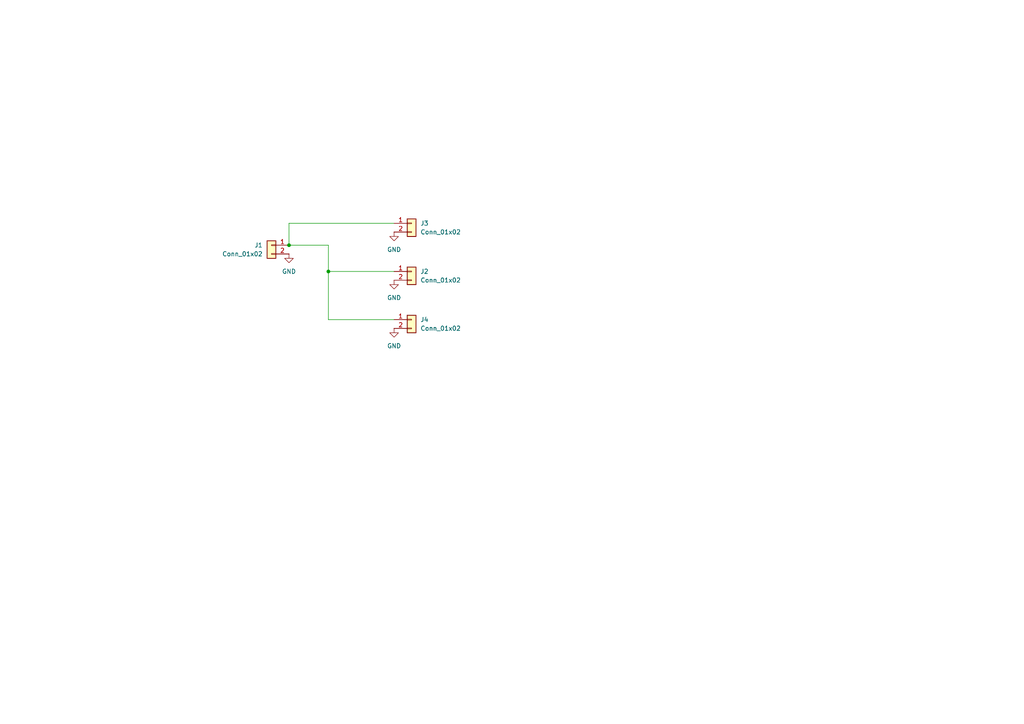
<source format=kicad_sch>
(kicad_sch (version 20231120) (generator "eeschema") (generator_version "8.0")
  (paper "A4")
  (lib_symbols
    (symbol "Connector_Generic:Conn_01x02" (pin_names (offset 1.016) hide)
      (property "Reference" "J" (at 0 2.54 0))
      (property "Value" "Conn_01x02" (at 0 -5.08 0))
      (symbol "Conn_01x02_1_1"
        (rectangle (start -1.27 -2.413) (end 0 -2.667) (stroke (width 0.1524)))
        (rectangle (start -1.27 0.127) (end 0 -0.127) (stroke (width 0.1524)))
        (rectangle (start -1.27 1.27) (end 1.27 -3.81) (stroke (width 0.254)) (fill (type background)))
        (pin passive line (at -5.08 0 0) (length 3.81) (name "Pin_1") (number "1"))
        (pin passive line (at -5.08 -2.54 0) (length 3.81) (name "Pin_2") (number "2"))
      )
    )
    (symbol "power:GND" (power) (pin_numbers hide) (pin_names (offset 0) hide)
      (property "Value" "GND" (at 0 -3.81 0))
      (symbol "GND_0_1"
        (polyline (pts (xy 0 0) (xy 0 -1.27) (xy 1.27 -1.27) (xy 0 -2.54) (xy -1.27 -1.27) (xy 0 -1.27)))
      )
      (symbol "GND_1_1"
        (pin power_in line (at 0 0 270) (length 0) (name "~") (number "1"))
      )
    )
  )
  (junction (at 95.25 78.74))
  (junction (at 83.82 71.12))
  (wire (pts (xy 83.82 64.77) (xy 114.3 64.77)))
  (wire (pts (xy 95.25 71.12) (xy 95.25 78.74)))
  (wire (pts (xy 83.82 71.12) (xy 83.82 64.77)))
  (wire (pts (xy 95.25 92.71) (xy 114.3 92.71)))
  (wire (pts (xy 83.82 71.12) (xy 95.25 71.12)))
  (wire (pts (xy 95.25 78.74) (xy 95.25 92.71)))
  (wire (pts (xy 95.25 78.74) (xy 114.3 78.74)))
  (symbol (lib_id "Connector_Generic:Conn_01x02") (at 119.38 92.71 0) (unit 1)
    (property "Reference" "J4" (at 121.92 92.7099 0) (effects (justify left)))
    (property "Value" "Conn_01x02" (at 121.92 95.2499 0) (effects (justify left)))
    (property "Footprint" "deans_fp:Deans Connector Female" (effects (hide yes)))
    (property "Description" "Generic connector, single row, 01x02, script generated (kicad-library-utils/schlib/autogen/connector/)" (effects (hide yes)))
  )
  (symbol (lib_id "power:GND") (at 114.3 95.25 0) (unit 1)
    (property "Reference" "#PWR04" (effects (hide yes)))
    (property "Value" "GND" (at 114.3 100.33 0))
    (property "Description" "Power symbol creates a global label with name \"GND\" , ground" (effects (hide yes)))
  )
  (symbol (lib_id "power:GND") (at 83.82 73.66 0) (mirror y) (unit 1)
    (property "Reference" "#PWR01" (effects (hide yes)))
    (property "Value" "GND" (at 83.82 78.74 0))
    (property "Description" "Power symbol creates a global label with name \"GND\" , ground" (effects (hide yes)))
  )
  (symbol (lib_id "Connector_Generic:Conn_01x02") (at 78.74 71.12 0) (mirror y) (unit 1)
    (property "Reference" "J1" (at 76.2 71.1199 0) (effects (justify left)))
    (property "Value" "Conn_01x02" (at 76.2 73.6599 0) (effects (justify left)))
    (property "Footprint" "deans_fp:Deans Connector Male" (effects (hide yes)))
    (property "Description" "Generic connector, single row, 01x02, script generated (kicad-library-utils/schlib/autogen/connector/)" (effects (hide yes)))
  )
  (symbol (lib_id "power:GND") (at 114.3 81.28 0) (unit 1)
    (property "Reference" "#PWR02" (effects (hide yes)))
    (property "Value" "GND" (at 114.3 86.36 0))
    (property "Description" "Power symbol creates a global label with name \"GND\" , ground" (effects (hide yes)))
  )
  (symbol (lib_id "Connector_Generic:Conn_01x02") (at 119.38 78.74 0) (unit 1)
    (property "Reference" "J2" (at 121.92 78.7399 0) (effects (justify left)))
    (property "Value" "Conn_01x02" (at 121.92 81.2799 0) (effects (justify left)))
    (property "Footprint" "deans_fp:Deans Connector Female" (effects (hide yes)))
    (property "Description" "Generic connector, single row, 01x02, script generated (kicad-library-utils/schlib/autogen/connector/)" (effects (hide yes)))
  )
  (symbol (lib_id "Connector_Generic:Conn_01x02") (at 119.38 64.77 0) (unit 1)
    (property "Reference" "J3" (at 121.92 64.7699 0) (effects (justify left)))
    (property "Value" "Conn_01x02" (at 121.92 67.3099 0) (effects (justify left)))
    (property "Footprint" "deans_fp:Deans Connector Female" (effects (hide yes)))
    (property "Description" "Generic connector, single row, 01x02, script generated (kicad-library-utils/schlib/autogen/connector/)" (effects (hide yes)))
  )
  (symbol (lib_id "power:GND") (at 114.3 67.31 0) (unit 1)
    (property "Reference" "#PWR03" (effects (hide yes)))
    (property "Value" "GND" (at 114.3 72.39 0))
    (property "Description" "Power symbol creates a global label with name \"GND\" , ground" (effects (hide yes)))
  )
)
</source>
